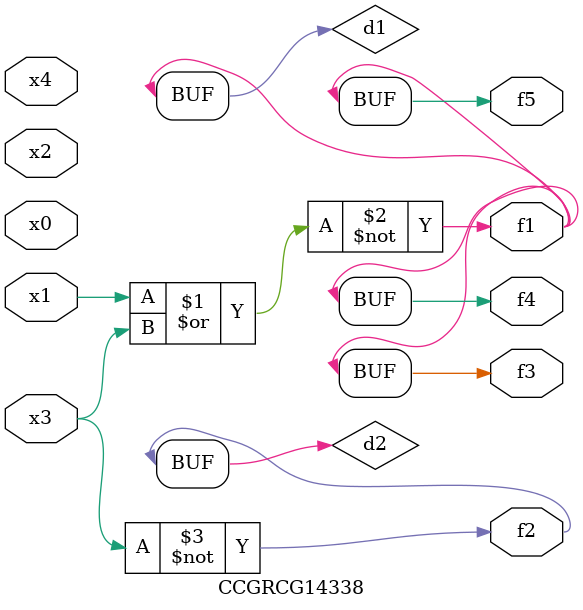
<source format=v>
module CCGRCG14338(
	input x0, x1, x2, x3, x4,
	output f1, f2, f3, f4, f5
);

	wire d1, d2;

	nor (d1, x1, x3);
	not (d2, x3);
	assign f1 = d1;
	assign f2 = d2;
	assign f3 = d1;
	assign f4 = d1;
	assign f5 = d1;
endmodule

</source>
